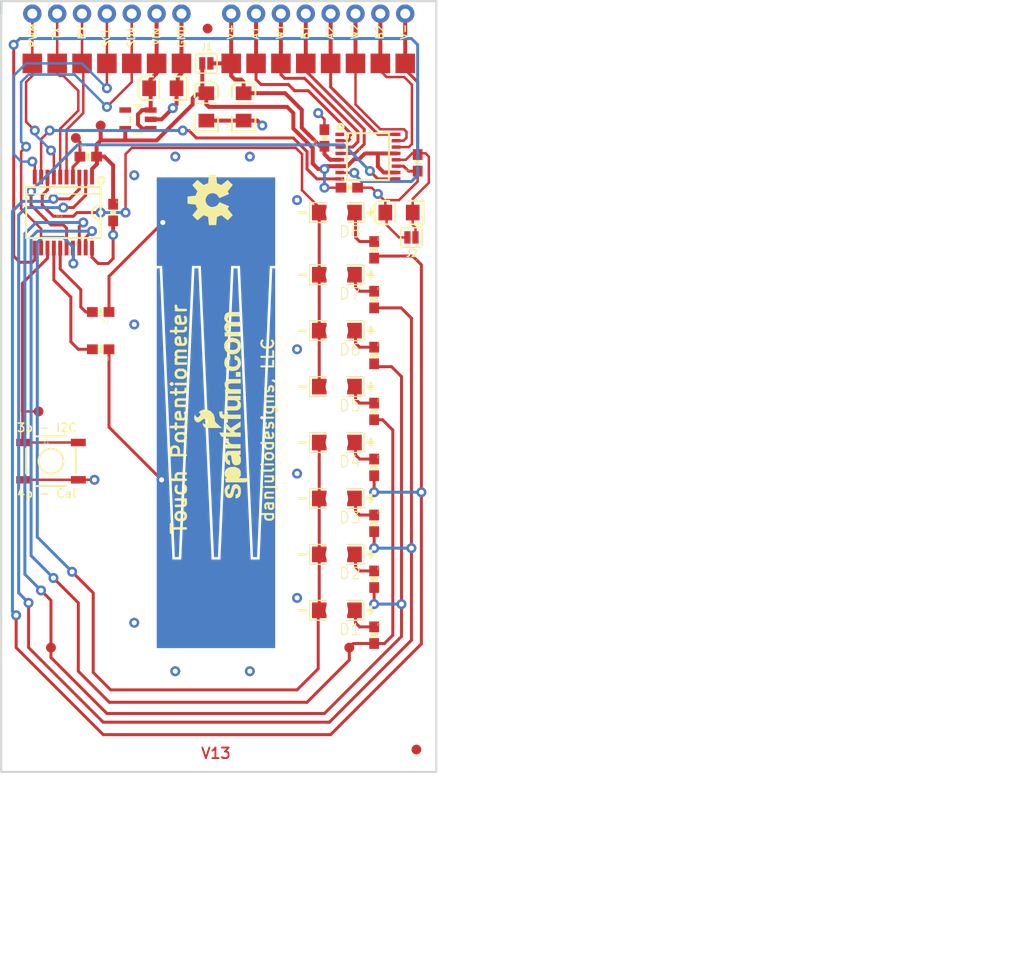
<source format=kicad_pcb>
(kicad_pcb (version 20211014) (generator pcbnew)
  (layers (0 "F.Cu" signal) (31 "B.Cu" signal) (34 "B.Paste" user) (35 "F.Paste" user) (36 "B.SilkS" user "B.Silkscreen") (37 "F.SilkS" user "F.Silkscreen") (38 "B.Mask" user) (39 "F.Mask" user) (44 "Edge.Cuts" user))
  (net 0 "")
  (net 1 "V+")
  (net 2 "B1")
  (net 3 "W1")
  (net 4 "A1")
  (net 5 "A2")
  (net 6 "W2")
  (net 7 "B2")
  (net 8 "V-")
  (net 9 "GND")
  (net 10 "VIN")
  (net 11 "LA2")
  (net 12 "LA3")
  (net 13 "VPP")
  (net 14 "SDA")
  (net 15 "SCL")
  (net 16 "PWM_OUT")
  (net 17 "TX")
  (net 18 "RX")
  (net 19 "+5V")
  (net 20 "LED_PWM1")
  (net 21 "LED_PWM2")
  (net 22 "LA1")
  (net 23 "LA0")
  (net 24 "N$37")
  (net 25 "N$38")
  (net 26 "CPAD1")
  (net 27 "CPAD2")
  (net 28 "SCLK")
  (net 29 "SDO")
  (net 30 "CSN")
  (net 31 "AUX")
  (net 32 "N$1")
  (net 33 "N$2")
  (net 34 "N$3")
  (net 35 "N$4")
  (net 36 "N$5")
  (net 37 "N$6")
  (net 38 "N$7")
  (net 39 "N$8")
  (net 40 "N$10")
  (footprint "boardEagle:STAND-OFF-TIGHT" (layer "F.Cu") (at 131.3561 139.2936)
    (fp_text reference "STANDOFF3" hide)
    (fp_text value "STAND-OFFTIGHT" hide)
  )
  (footprint "boardEagle:SJ_2S" (layer "F.Cu") (at 168.1861 89.7636)
    (fp_text reference "J2")
    (fp_text value "")
  )
  (footprint "boardEagle:OSHW-LOGO-M" (layer "F.Cu") (at 147.8661 85.9536 90)
    (fp_text reference "U$4" hide)
    (fp_text value "OSHW-LOGOM" hide)
  )
  (footprint "boardEagle:LED-1206-BOTTOM" (layer "F.Cu") (at 160.5661 93.5736 180)
    (fp_text reference "D7")
    (fp_text value "Green")
  )
  (footprint "boardEagle:PAD.03X.04" (layer "F.Cu") (at 136.4361 78.3336)
    (fp_text reference "TP2" hide)
    (fp_text value "" hide)
  )
  (footprint "boardEagle:PAD.03X.04" (layer "F.Cu") (at 133.8961 79.6036)
    (fp_text reference "TP1" hide)
    (fp_text value "" hide)
  )
  (footprint "boardEagle:1X01NS" (layer "F.Cu") (at 144.6911 66.9036)
    (fp_text reference "JP7" hide)
    (fp_text value "" hide)
  )
  (footprint "boardEagle:LED-1206-BOTTOM" (layer "F.Cu") (at 160.5661 116.4336 180)
    (fp_text reference "D3")
    (fp_text value "Green")
  )
  (footprint "boardEagle:SFE-NEW-WEBLOGO" (layer "F.Cu") (at 151.6761 116.4336 90)
    (fp_text reference "U$5" hide)
    (fp_text value "SFE_LOGO_NAME_WEB" hide)
  )
  (footprint "boardEagle:CREATIVE_COMMONS" (layer "F.Cu") (at 147.8661 160.8836)
    (fp_text reference "FRAME3" hide)
    (fp_text value "FRAME-LEDGER" hide)
  )
  (footprint "boardEagle:PAD.03X.04" (layer "F.Cu") (at 161.8361 131.6736)
    (fp_text reference "TP4" hide)
    (fp_text value "" hide)
  )
  (footprint "boardEagle:SJ_2S" (layer "F.Cu") (at 147.2311 71.9836)
    (fp_text reference "J1")
    (fp_text value "")
  )
  (footprint "boardEagle:2MM_SMD_PAD" (layer "F.Cu") (at 144.6911 71.9836)
    (fp_text reference "TP12" hide)
    (fp_text value "" hide)
  )
  (footprint "boardEagle:1X01NS" (layer "F.Cu") (at 131.9911 66.9036)
    (fp_text reference "JP5" hide)
    (fp_text value "" hide)
  )
  (footprint "boardEagle:LED-1206-BOTTOM" (layer "F.Cu") (at 160.5661 127.8636 180)
    (fp_text reference "D1")
    (fp_text value "Green")
  )
  (footprint "boardEagle:0603-CAP" (layer "F.Cu") (at 159.2961 79.6036 90)
    (fp_text reference "C6")
    (fp_text value "0.1uF")
  )
  (footprint "boardEagle:STAND-OFF-TIGHT" (layer "F.Cu") (at 165.6461 75.7936)
    (fp_text reference "STANDOFF1" hide)
    (fp_text value "STAND-OFFTIGHT" hide)
  )
  (footprint "boardEagle:LED-1206-BOTTOM" (layer "F.Cu") (at 160.5661 105.0036 180)
    (fp_text reference "D5")
    (fp_text value "Green")
  )
  (footprint "boardEagle:PAD.03X.04" (layer "F.Cu") (at 130.0861 107.5436)
    (fp_text reference "TP3" hide)
    (fp_text value "" hide)
  )
  (footprint "boardEagle:2MM_SMD_PAD" (layer "F.Cu") (at 167.5511 71.9836)
    (fp_text reference "TP13" hide)
    (fp_text value "" hide)
  )
  (footprint "boardEagle:0603-RES" (layer "F.Cu") (at 136.4361 97.3836 180)
    (fp_text reference "R2")
    (fp_text value "100")
  )
  (footprint "boardEagle:0603-RES" (layer "F.Cu") (at 164.3761 107.5436 -90)
    (fp_text reference "R8")
    (fp_text value "100")
  )
  (footprint "boardEagle:1X01NS" (layer "F.Cu") (at 134.5311 66.9036)
    (fp_text reference "JP4" hide)
    (fp_text value "" hide)
  )
  (footprint "boardEagle:EIA3216" (layer "F.Cu") (at 151.0411 76.4286 90)
    (fp_text reference "C5")
    (fp_text value "10uF")
  )
  (footprint "boardEagle:SSOP16" (layer "F.Cu") (at 163.7411 81.5086)
    (fp_text reference "U2")
    (fp_text value "AD5262")
  )
  (footprint "boardEagle:2MM_SMD_PAD" (layer "F.Cu") (at 131.9911 71.9836)
    (fp_text reference "TP10" hide)
    (fp_text value "" hide)
  )
  (footprint "boardEagle:1X01NS" (layer "F.Cu") (at 139.6111 66.9036)
    (fp_text reference "JP1" hide)
    (fp_text value "" hide)
  )
  (footprint "boardEagle:1X01NS" (layer "F.Cu") (at 165.0111 66.9036)
    (fp_text reference "JP9" hide)
    (fp_text value "" hide)
  )
  (footprint "boardEagle:STAND-OFF-TIGHT" (layer "F.Cu") (at 131.3561 75.7936)
    (fp_text reference "STANDOFF2" hide)
    (fp_text value "STAND-OFFTIGHT" hide)
  )
  (footprint "boardEagle:0603-CAP" (layer "F.Cu") (at 137.7061 87.2236 -90)
    (fp_text reference "C3")
    (fp_text value "0.1uF")
  )
  (footprint "boardEagle:1X01NS" (layer "F.Cu") (at 159.9311 66.9036)
    (fp_text reference "JP11" hide)
    (fp_text value "" hide)
  )
  (footprint "boardEagle:2MM_SMD_PAD" (layer "F.Cu") (at 137.0711 71.9836)
    (fp_text reference "TP7" hide)
    (fp_text value "" hide)
  )
  (footprint "boardEagle:1X01NS" (layer "F.Cu") (at 129.4511 66.9036)
    (fp_text reference "JP3" hide)
    (fp_text value "" hide)
  )
  (footprint "boardEagle:0603-RES" (layer "F.Cu") (at 164.3761 130.4036 -90)
    (fp_text reference "R4")
    (fp_text value "100")
  )
  (footprint "boardEagle:0603-RES" (layer "F.Cu") (at 164.3761 124.6886 -90)
    (fp_text reference "R5")
    (fp_text value "100")
  )
  (footprint "boardEagle:EIA3216" (layer "F.Cu") (at 147.2311 76.4286 90)
    (fp_text reference "C2")
    (fp_text value "10uF")
  )
  (footprint "boardEagle:LED-1206-BOTTOM" (layer "F.Cu") (at 160.5661 99.2886 180)
    (fp_text reference "D6")
    (fp_text value "Green")
  )
  (footprint "boardEagle:0603-CAP" (layer "F.Cu") (at 168.8211 82.1436 90)
    (fp_text reference "C8")
    (fp_text value "0.1uF")
  )
  (footprint "boardEagle:LED-1206-BOTTOM" (layer "F.Cu") (at 160.5661 87.2236 180)
    (fp_text reference "D8")
    (fp_text value "Green")
  )
  (footprint "boardEagle:0603-RES" (layer "F.Cu") (at 164.3761 96.1136 -90)
    (fp_text reference "R10")
    (fp_text value "100")
  )
  (footprint "boardEagle:1X01NS" (layer "F.Cu") (at 142.1511 66.9036)
    (fp_text reference "JP6" hide)
    (fp_text value "" hide)
  )
  (footprint "boardEagle:0603-RES" (layer "F.Cu") (at 164.3761 113.2586 -90)
    (fp_text reference "R7")
    (fp_text value "100")
  )
  (footprint "boardEagle:1X01NS" (layer "F.Cu") (at 152.3111 66.9036)
    (fp_text reference "JP14" hide)
    (fp_text value "" hide)
  )
  (footprint "boardEagle:FIDUCIAL-1X2" (layer "F.Cu") (at 168.6941 142.0876)
    (fp_text reference "FID2" hide)
    (fp_text value "FIDUCIAL1X2" hide)
  )
  (footprint "boardEagle:2MM_SMD_PAD" (layer "F.Cu") (at 149.7711 71.9836)
    (fp_text reference "TP20" hide)
    (fp_text value "" hide)
  )
  (footprint "boardEagle:TACTILE-SWITCH-SMD" (layer "F.Cu") (at 131.3561 112.6236)
    (fp_text reference "S1")
    (fp_text value "")
  )
  (footprint "boardEagle:2MM_SMD_PAD" (layer "F.Cu") (at 134.5311 71.9836)
    (fp_text reference "TP9" hide)
    (fp_text value "" hide)
  )
  (footprint "boardEagle:PAD.03X.04" (layer "F.Cu") (at 131.3561 131.6736)
    (fp_text reference "TP5" hide)
    (fp_text value "" hide)
  )
  (footprint "boardEagle:1X01NS" (layer "F.Cu") (at 167.5511 66.9036)
    (fp_text reference "JP8" hide)
    (fp_text value "" hide)
  )
  (footprint "boardEagle:2MM_SMD_PAD" (layer "F.Cu") (at 162.4711 71.9836)
    (fp_text reference "TP15" hide)
    (fp_text value "" hide)
  )
  (footprint "boardEagle:2MM_SMD_PAD" (layer "F.Cu") (at 139.6111 71.9836)
    (fp_text reference "TP6" hide)
    (fp_text value "" hide)
  )
  (footprint "boardEagle:0603-RES" (layer "F.Cu") (at 164.3761 91.0336 -90)
    (fp_text reference "R11")
    (fp_text value "100")
  )
  (footprint "boardEagle:2MM_SMD_PAD" (layer "F.Cu") (at 159.9311 71.9836)
    (fp_text reference "TP16" hide)
    (fp_text value "" hide)
  )
  (footprint "boardEagle:2MM_SMD_PAD" (layer "F.Cu") (at 165.0111 71.9836)
    (fp_text reference "TP14" hide)
    (fp_text value "" hide)
  )
  (footprint "boardEagle:0603-RES" (layer "F.Cu") (at 164.3761 101.8286 -90)
    (fp_text reference "R9")
    (fp_text value "100")
  )
  (footprint "boardEagle:2MM_SMD_PAD" (layer "F.Cu") (at 157.3911 71.9836)
    (fp_text reference "TP17" hide)
    (fp_text value "" hide)
  )
  (footprint "boardEagle:2MM_SMD_PAD" (layer "F.Cu") (at 154.8511 71.9836)
    (fp_text reference "TP18" hide)
    (fp_text value "" hide)
  )
  (footprint "boardEagle:EIA3216" (layer "F.Cu") (at 166.9161 87.2236 180)
    (fp_text reference "C7")
    (fp_text value "10uF")
  )
  (footprint "boardEagle:2MM_SMD_PAD" (layer "F.Cu") (at 142.1511 71.9836)
    (fp_text reference "TP11" hide)
    (fp_text value "" hide)
  )
  (footprint "boardEagle:0603-CAP" (layer "F.Cu") (at 161.8361 84.6836)
    (fp_text reference "C4")
    (fp_text value "0.1uF")
  )
  (footprint "boardEagle:2MM_SMD_PAD" (layer "F.Cu") (at 129.4511 71.9836)
    (fp_text reference "TP8" hide)
    (fp_text value "" hide)
  )
  (footprint "boardEagle:LED-1206-BOTTOM" (layer "F.Cu") (at 160.5661 110.7186 180)
    (fp_text reference "D4")
    (fp_text value "Green")
  )
  (footprint "boardEagle:2MM_SMD_PAD" (layer "F.Cu") (at 152.3111 71.9836)
    (fp_text reference "TP19" hide)
    (fp_text value "" hide)
  )
  (footprint "boardEagle:1X01NS" (layer "F.Cu") (at 154.8511 66.9036)
    (fp_text reference "JP13" hide)
    (fp_text value "" hide)
  )
  (footprint "boardEagle:LED-1206-BOTTOM" (layer "F.Cu") (at 160.5661 122.1486 180)
    (fp_text reference "D2")
    (fp_text value "Green")
  )
  (footprint "boardEagle:FIDUCIAL-1X2" (layer "F.Cu") (at 147.3581 68.4276)
    (fp_text reference "FID1" hide)
    (fp_text value "FIDUCIAL1X2" hide)
  )
  (footprint "boardEagle:SOT23-5" (layer "F.Cu") (at 140.2461 77.6986 90)
    (fp_text reference "U3")
    (fp_text value "5V")
  )
  (footprint "boardEagle:0603-RES" (layer "F.Cu") (at 164.3761 118.9736 -90)
    (fp_text reference "R6")
    (fp_text value "100")
  )
  (footprint "boardEagle:STAND-OFF-TIGHT" (layer "F.Cu") (at 165.6461 139.2936)
    (fp_text reference "STANDOFF4" hide)
    (fp_text value "STAND-OFFTIGHT" hide)
  )
  (footprint "boardEagle:1X01NS" (layer "F.Cu") (at 157.3911 66.9036)
    (fp_text reference "JP12" hide)
    (fp_text value "" hide)
  )
  (footprint "boardEagle:1X01NS" (layer "F.Cu") (at 149.7711 66.9036)
    (fp_text reference "JP15" hide)
    (fp_text value "" hide)
  )
  (footprint "boardEagle:1X01NS" (layer "F.Cu") (at 162.4711 66.9036)
    (fp_text reference "JP10" hide)
    (fp_text value "" hide)
  )
  (footprint "boardEagle:EIA3216" (layer "F.Cu") (at 142.7861 74.5236 180)
    (fp_text reference "C1")
    (fp_text value "10uF")
  )
  (footprint "boardEagle:SSOP20" (layer "F.Cu") (at 132.6261 87.2236 180)
    (fp_text reference "U1")
    (fp_text value "PIC16F1829")
  )
  (footprint "boardEagle:0603-RES" (layer "F.Cu") (at 136.4361 101.1936 180)
    (fp_text reference "R3")
    (fp_text value "100")
  )
  (footprint "boardEagle:1X01NS" (layer "F.Cu") (at 137.0711 66.9036)
    (fp_text reference "JP2" hide)
    (fp_text value "" hide)
  )
  (footprint "boardEagle:0603-RES" (layer "F.Cu") (at 135.1661 81.5086)
    (fp_text reference "R1")
    (fp_text value "10K")
  )
  (footprint "boardEagle:2CH_48MM_LINEAR_TOUCH" (layer "B.Cu") (at 154.2161 131.6736 180)
    (fp_text reference "TS1" hide)
    (fp_text value "" hide)
  )
  (gr_circle (center 160.9471 78.4606) (end 161.231 78.4606) (layer "F.SilkS") (width 0.254) (fill none))
  (gr_line (start 126.2761 144.3736) (end 170.7261 144.3736) (layer "Edge.Cuts") (width 0.2032))
  (gr_line (start 126.2761 65.6336) (end 170.7261 65.6336) (layer "Edge.Cuts") (width 0.2032))
  (gr_line (start 126.2761 65.6336) (end 126.2761 144.3736) (layer "Edge.Cuts") (width 0.2032))
  (gr_line (start 170.7261 144.3736) (end 170.7261 65.6336) (layer "Edge.Cuts") (width 0.2032))
  (gr_text "V13" (at 146.5961 143.1036) (layer "F.Cu") (effects (font (size 1.0795 1.0795) (thickness 0.1905)) (justify left bottom)))
  (gr_text "SDA" (at 139.9921 70.4596 90) (layer "F.SilkS") (effects (font (size 0.75565 0.75565) (thickness 0.13335)) (justify left bottom)))
  (gr_text "W2" (at 162.8521 69.6341 90) (layer "F.SilkS") (effects (font (size 0.75565 0.75565) (thickness 0.13335)) (justify left bottom)))
  (gr_text "4p - Cal" (at 127.8001 116.4336) (layer "F.SilkS") (effects (font (size 0.8636 0.8636) (thickness 0.1524)) (justify left bottom)))
  (gr_text "B2" (at 165.3921 69.6341 90) (layer "F.SilkS") (effects (font (size 0.75565 0.75565) (thickness 0.13335)) (justify left bottom)))
  (gr_text "A1" (at 152.6921 69.6341 90) (layer "F.SilkS") (effects (font (size 0.75565 0.75565) (thickness 0.13335)) (justify left bottom)))
  (gr_text "VIN" (at 142.5956 70.2056 90) (layer "F.SilkS") (effects (font (size 0.75565 0.75565) (thickness 0.13335)) (justify left bottom)))
  (gr_text "danjuliodesigns, LLC" (at 154.2161 118.9736 90) (layer "F.SilkS") (effects (font (size 1.20904 1.20904) (thickness 0.21336)) (justify left bottom)))
  (gr_text "Touch Potentiometer" (at 145.3261 120.2436 90) (layer "F.SilkS") (effects (font (size 1.5113 1.5113) (thickness 0.2667)) (justify left bottom)))
  (gr_text "TX" (at 132.3721 69.6341 90) (layer "F.SilkS") (effects (font (size 0.75565 0.75565) (thickness 0.13335)) (justify left bottom)))
  (gr_text "GND" (at 145.1356 70.4596 90) (layer "F.SilkS") (effects (font (size 0.75565 0.75565) (thickness 0.13335)) (justify left bottom)))
  (gr_text "W1" (at 155.2321 69.6341 90) (layer "F.SilkS") (effects (font (size 0.75565 0.75565) (thickness 0.13335)) (justify left bottom)))
  (gr_text "V+" (at 150.2156 69.6341 90) (layer "F.SilkS") (effects (font (size 0.75565 0.75565) (thickness 0.13335)) (justify left bottom)))
  (gr_text "RX" (at 134.9756 69.6341 90) (layer "F.SilkS") (effects (font (size 0.75565 0.75565) (thickness 0.13335)) (justify left bottom)))
  (gr_text "3p - I2C" (at 127.8001 109.7026) (layer "F.SilkS") (effects (font (size 0.8636 0.8636) (thickness 0.1524)) (justify left bottom)))
  (gr_text "PWM" (at 129.9591 70.4596 90) (layer "F.SilkS") (effects (font (size 0.75565 0.75565) (thickness 0.13335)) (justify left bottom)))
  (gr_text "J1" (at 146.5961 70.7136) (layer "F.SilkS") (effects (font (size 0.69088 0.69088) (thickness 0.12192)) (justify left bottom)))
  (gr_text "B1" (at 157.7721 69.6341 90) (layer "F.SilkS") (effects (font (size 0.75565 0.75565) (thickness 0.13335)) (justify left bottom)))
  (gr_text "A2" (at 160.3121 69.6341 90) (layer "F.SilkS") (effects (font (size 0.75565 0.75565) (thickness 0.13335)) (justify left bottom)))
  (gr_text "SCL" (at 137.4521 70.4596 90) (layer "F.SilkS") (effects (font (size 0.75565 0.75565) (thickness 0.13335)) (justify left bottom)))
  (gr_text "J2" (at 167.5511 91.7956) (layer "F.SilkS") (effects (font (size 0.69088 0.69088) (thickness 0.12192)) (justify left bottom)))
  (gr_text "V-" (at 167.9321 69.6341 90) (layer "F.SilkS") (effects (font (size 0.75565 0.75565) (thickness 0.13335)) (justify left bottom)))
  (segment (start 159.2961 81.2546) (end 159.2961 80.4536) (width 0.4064) (layer "F.Cu") (net 1))
  (segment (start 155.2799 75.0286) (end 156.9847 76.7334) (width 0.4064) (layer "F.Cu") (net 1))
  (segment (start 150.1521 73.6346) (end 150.7871 73.6346) (width 0.4064) (layer "F.Cu") (net 1))
  (segment (start 156.9847 78.5622) (end 158.8761 80.4536) (width 0.4064) (layer "F.Cu") (net 1))
  (segment (start 151.0665 75.0032) (end 151.0411 75.0286) (width 0.4064) (layer "F.Cu") (net 1))
  (segment (start 159.2961 80.4536) (end 158.8761 80.4536) (width 0.4064) (layer "F.Cu") (net 1))
  (segment (start 149.7711 73.2536) (end 150.1521 73.6346) (width 0.4064) (layer "F.Cu") (net 1))
  (segment (start 159.2961 81.2546) (end 159.8751 81.8336) (width 0.4064) (layer "F.Cu") (net 1))
  (segment (start 149.7711 71.9836) (end 149.7711 66.9036) (width 0.4064) (layer "F.Cu") (net 1))
  (segment (start 156.9847 76.7334) (end 156.9847 78.5622) (width 0.4064) (layer "F.Cu") (net 1))
  (segment (start 147.643 71.9836) (end 149.7711 71.9836) (width 0.4064) (layer "F.Cu") (net 1))
  (segment (start 149.7711 71.9836) (end 149.7711 73.2536) (width 0.4064) (layer "F.Cu") (net 1))
  (segment (start 155.2799 75.0286) (end 151.0411 75.0286) (width 0.4064) (layer "F.Cu") (net 1))
  (segment (start 151.0411 73.8886) (end 151.0411 75.0286) (width 0.4064) (layer "F.Cu") (net 1))
  (segment (start 150.7871 73.6346) (end 151.0411 73.8886) (width 0.4064) (layer "F.Cu") (net 1))
  (segment (start 160.8661 81.8336) (end 159.8751 81.8336) (width 0.4064) (layer "F.Cu") (net 1))
  (segment (start 163.3601 80.2386) (end 163.3601 78.7146) (width 0.3048) (layer "F.Cu") (net 2))
  (segment (start 157.3911 71.9836) (end 157.3911 66.9036) (width 0.4064) (layer "F.Cu") (net 2))
  (segment (start 157.3911 71.9836) (end 157.3911 72.7456) (width 0.3048) (layer "F.Cu") (net 2))
  (segment (start 162.4151 81.1836) (end 163.3601 80.2386) (width 0.3048) (layer "F.Cu") (net 2))
  (segment (start 157.3911 72.7456) (end 163.3601 78.7146) (width 0.3048) (layer "F.Cu") (net 2))
  (segment (start 160.8661 81.1836) (end 162.4151 81.1836) (width 0.3048) (layer "F.Cu") (net 2))
  (segment (start 162.1761 80.5336) (end 162.7251 79.9846) (width 0.3048) (layer "F.Cu") (net 3))
  (segment (start 162.7251 78.9686) (end 162.7251 79.9846) (width 0.3048) (layer "F.Cu") (net 3))
  (segment (start 154.8511 73.1266) (end 155.2321 73.5076) (width 0.3048) (layer "F.Cu") (net 3))
  (segment (start 155.2321 73.5076) (end 157.2641 73.5076) (width 0.3048) (layer "F.Cu") (net 3))
  (segment (start 162.1761 80.5336) (end 160.8661 80.5336) (width 0.3048) (layer "F.Cu") (net 3))
  (segment (start 154.8511 71.9836) (end 154.8511 73.1266) (width 0.3048) (layer "F.Cu") (net 3))
  (segment (start 154.8511 71.9836) (end 154.8511 66.9036) (width 0.4064) (layer "F.Cu") (net 3))
  (segment (start 157.2641 73.5076) (end 162.7251 78.9686) (width 0.3048) (layer "F.Cu") (net 3))
  (segment (start 161.7339 79.8836) (end 161.9631 79.6544) (width 0.3048) (layer "F.Cu") (net 4))
  (segment (start 152.8191 74.1426) (end 155.6131 74.1426) (width 0.3048) (layer "F.Cu") (net 4))
  (segment (start 161.0487 78.2066) (end 161.0487 78.1812) (width 0.3048) (layer "F.Cu") (net 4))
  (segment (start 152.3111 71.9836) (end 152.3111 66.9036) (width 0.4064) (layer "F.Cu") (net 4))
  (segment (start 161.0487 78.1812) (end 157.6451 74.7776) (width 0.3048) (layer "F.Cu") (net 4))
  (segment (start 161.9631 79.121) (end 161.0487 78.2066) (width 0.3048) (layer "F.Cu") (net 4))
  (segment (start 161.7339 79.8836) (end 160.8661 79.8836) (width 0.254) (layer "F.Cu") (net 4))
  (segment (start 161.9631 79.6544) (end 161.9631 79.121) (width 0.3048) (layer "F.Cu") (net 4))
  (segment (start 157.6451 74.7776) (end 156.2481 74.7776) (width 0.3048) (layer "F.Cu") (net 4))
  (segment (start 152.3111 71.9836) (end 152.3111 73.6346) (width 0.3048) (layer "F.Cu") (net 4))
  (segment (start 152.3111 73.6346) (end 152.8191 74.1426) (width 0.3048) (layer "F.Cu") (net 4))
  (segment (start 155.6131 74.1426) (end 156.2481 74.7776) (width 0.3048) (layer "F.Cu") (net 4))
  (segment (start 159.9311 71.9836) (end 159.9311 66.9036) (width 0.4064) (layer "F.Cu") (net 5))
  (segment (start 159.9311 74.3966) (end 159.9311 71.9836) (width 0.3048) (layer "F.Cu") (net 5))
  (segment (start 159.9311 74.3966) (end 164.7681 79.2336) (width 0.3048) (layer "F.Cu") (net 5))
  (segment (start 164.7681 79.2336) (end 166.6161 79.2336) (width 0.3048) (layer "F.Cu") (net 5))
  (segment (start 165.0111 78.7146) (end 162.4711 76.1746) (width 0.254) (layer "F.Cu") (net 6))
  (segment (start 167.3727 79.8836) (end 166.6161 79.8836) (width 0.254) (layer "F.Cu") (net 6))
  (segment (start 162.4711 71.9836) (end 162.4711 66.9036) (width 0.4064) (layer "F.Cu") (net 6))
  (segment (start 165.0111 78.7146) (end 167.4241 78.7146) (width 0.254) (layer "F.Cu") (net 6))
  (segment (start 167.6781 78.9686) (end 167.6781 79.5782) (width 0.254) (layer "F.Cu") (net 6))
  (segment (start 162.4711 76.1746) (end 162.4711 71.9836) (width 0.254) (layer "F.Cu") (net 6))
  (segment (start 167.4241 78.7146) (end 167.6781 78.9686) (width 0.254) (layer "F.Cu") (net 6))
  (segment (start 167.3727 79.8836) (end 167.6781 79.5782) (width 0.254) (layer "F.Cu") (net 6))
  (segment (start 168.2369 74.168) (end 168.2369 80.2132) (width 0.254) (layer "F.Cu") (net 7))
  (segment (start 167.9165 80.5336) (end 168.2369 80.2132) (width 0.254) (layer "F.Cu") (net 7))
  (segment (start 167.9165 80.5336) (end 166.6161 80.5336) (width 0.254) (layer "F.Cu") (net 7))
  (segment (start 167.4495 73.3806) (end 165.6461 73.3806) (width 0.254) (layer "F.Cu") (net 7))
  (segment (start 167.4495 73.3806) (end 168.2369 74.168) (width 0.254) (layer "F.Cu") (net 7))
  (segment (start 165.0111 72.7456) (end 165.0111 71.9836) (width 0.254) (layer "F.Cu") (net 7))
  (segment (start 165.0111 71.9836) (end 165.0111 66.9036) (width 0.4064) (layer "F.Cu") (net 7))
  (segment (start 165.6461 73.3806) (end 165.0111 72.7456) (width 0.254) (layer "F.Cu") (net 7))
  (segment (start 168.8211 73.8886) (end 167.5511 72.6186) (width 0.3048) (layer "F.Cu") (net 8))
  (segment (start 168.3161 87.2236) (end 168.3161 85.8236) (width 0.254) (layer "F.Cu") (net 8))
  (segment (start 168.3161 85.8236) (end 169.9641 84.1756) (width 0.254) (layer "F.Cu") (net 8))
  (segment (start 169.9641 84.1756) (end 169.9641 81.5086) (width 0.254) (layer "F.Cu") (net 8))
  (segment (start 169.6221 81.1666) (end 168.9481 81.1666) (width 0.254) (layer "F.Cu") (net 8))
  (segment (start 167.6071 81.8336) (end 166.6161 81.8336) (width 0.254) (layer "F.Cu") (net 8))
  (segment (start 168.3161 88.4966) (end 168.598 88.7785) (width 0.254) (layer "F.Cu") (net 8))
  (segment (start 167.5511 71.9836) (end 167.5511 66.9036) (width 0.4064) (layer "F.Cu") (net 8))
  (segment (start 168.3161 87.2236) (end 168.3161 88.4966) (width 0.254) (layer "F.Cu") (net 8))
  (segment (start 168.6941 81.1666) (end 168.8211 81.2936) (width 0.3048) (layer "F.Cu") (net 8))
  (segment (start 168.2741 81.1666) (end 168.6941 81.1666) (width 0.254) (layer "F.Cu") (net 8))
  (segment (start 168.8211 81.2936) (end 168.8211 73.8886) (width 0.3048) (layer "F.Cu") (net 8))
  (segment (start 169.6221 81.1666) (end 169.9641 81.5086) (width 0.254) (layer "F.Cu") (net 8))
  (segment (start 168.598 89.7636) (end 168.598 88.7785) (width 0.254) (layer "F.Cu") (net 8))
  (segment (start 168.8211 81.2936) (end 168.9481 81.1666) (width 0.3048) (layer "F.Cu") (net 8))
  (segment (start 167.6071 81.8336) (end 168.2741 81.1666) (width 0.254) (layer "F.Cu") (net 8))
  (segment (start 167.5511 72.6186) (end 167.5511 71.9836) (width 0.3048) (layer "F.Cu") (net 8))
  (segment (start 142.6591 77.6986) (end 143.8021 76.5556) (width 0.4064) (layer "F.Cu") (net 9))
  (segment (start 165.5161 86.0836) (end 165.5161 87.2236) (width 0.254) (layer "F.Cu") (net 9))
  (segment (start 128.5621 114.5286) (end 135.8011 114.5286) (width 0.254) (layer "F.Cu") (net 9))
  (segment (start 166.9161 85.9536) (end 168.8211 84.0486) (width 0.254) (layer "F.Cu") (net 9))
  (segment (start 144.3101 74.1396) (end 144.3101 73.3806) (width 0.4064) (layer "F.Cu") (net 9))
  (segment (start 168.8211 82.9936) (end 168.8211 84.0486) (width 0.254) (layer "F.Cu") (net 9))
  (segment (start 165.5161 87.2236) (end 165.6461 87.3536) (width 0.254) (layer "F.Cu") (net 9))
  (segment (start 142.6591 77.6986) (end 141.5462 77.6986) (width 0.4064) (layer "F.Cu") (net 9))
  (segment (start 165.5161 86.0836) (end 164.7511 85.3186) (width 0.254) (layer "F.Cu") (net 9))
  (segment (start 159.2961 78.7536) (end 159.2961 77.6986) (width 0.254) (layer "F.Cu") (net 9))
  (segment (start 151.0411 77.8286) (end 152.4411 77.8286) (width 0.4064) (layer "F.Cu") (net 9))
  (segment (start 165.5161 86.0836) (end 165.6461 85.9536) (width 0.254) (layer "F.Cu") (net 9))
  (segment (start 168.8211 82.9936) (end 167.8931 82.9936) (width 0.3048) (layer "F.Cu") (net 9))
  (segment (start 167.3831 82.4836) (end 167.8931 82.9936) (width 0.3048) (layer "F.Cu") (net 9))
  (segment (start 136.1821 92.4306) (end 137.1981 92.4306) (width 0.3048) (layer "F.Cu") (net 9))
  (segment (start 164.7511 85.3186) (end 164.7571 85.3186) (width 0.254) (layer "F.Cu") (net 9))
  (segment (start 144.1831 74.5266) (end 144.1861 74.5236) (width 0.3048) (layer "F.Cu") (net 9))
  (segment (start 167.7742 89.7636) (end 166.9161 89.7636) (width 0.254) (layer "F.Cu") (net 9))
  (segment (start 159.2961 77.6986) (end 158.6611 77.0636) (width 0.254) (layer "F.Cu") (net 9))
  (segment (start 166.9161 89.7636) (end 165.6461 88.4936) (width 0.254) (layer "F.Cu") (net 9))
  (segment (start 137.7061 88.0736) (end 137.7061 89.5096) (width 0.4064) (layer "F.Cu") (net 9))
  (segment (start 144.1861 76.1716) (end 143.8021 76.5556) (width 0.4064) (layer "F.Cu") (net 9))
  (segment (start 166.6161 82.4836) (end 167.3831 82.4836) (width 0.3048) (layer "F.Cu") (net 9))
  (segment (start 144.1861 74.5236) (end 144.0561 74.3936) (width 0.3048) (layer "F.Cu") (net 9))
  (segment (start 152.4411 77.8286) (end 152.9461 78.3336) (width 0.4064) (layer "F.Cu") (net 9))
  (segment (start 165.6461 85.9536) (end 166.9161 85.9536) (width 0.254) (layer "F.Cu") (net 9))
  (segment (start 137.1981 92.4306) (end 137.7061 91.9226) (width 0.3048) (layer "F.Cu") (net 9))
  (segment (start 144.3101 73.3806) (end 144.6911 72.9996) (width 0.4064) (layer "F.Cu") (net 9))
  (segment (start 147.2311 77.8286) (end 151.0411 77.8286) (width 0.4064) (layer "F.Cu") (net 9))
  (segment (start 144.6911 72.9996) (end 144.6911 71.9836) (width 0.4064) (layer "F.Cu") (net 9))
  (segment (start 144.1861 74.5236) (end 144.1861 76.1716) (width 0.4064) (layer "F.Cu") (net 9))
  (segment (start 144.6911 71.9836) (end 144.6911 66.9036) (width 0.4064) (layer "F.Cu") (net 9))
  (segment (start 135.5511 91.7996) (end 136.1821 92.4306) (width 0.3048) (layer "F.Cu") (net 9))
  (segment (start 164.1221 84.6836) (end 164.7571 85.3186) (width 0.254) (layer "F.Cu") (net 9))
  (segment (start 165.6461 88.4936) (end 165.6461 87.3536) (width 0.254) (layer "F.Cu") (net 9))
  (segment (start 135.5511 91.7996) (end 135.5511 90.8486) (width 0.3048) (layer "F.Cu") (net 9))
  (segment (start 162.6861 84.6836) (end 164.1221 84.6836) (width 0.254) (layer "F.Cu") (net 9))
  (segment (start 137.7061 91.9226) (end 137.7061 89.5096) (width 0.3048) (layer "F.Cu") (net 9))
  (segment (start 144.0561 74.3936) (end 144.3101 74.1396) (width 0.4064) (layer "F.Cu") (net 9))
  (via (at 156.5021 113.8936) (size 1.016) (drill 0.508) (layers "F.Cu" "B.Cu") (net 9))
  (via (at 151.6761 81.5086) (size 1.016) (drill 0.508) (layers "F.Cu" "B.Cu") (net 9))
  (via (at 135.8011 114.5286) (size 1.016) (drill 0.508) (layers "F.Cu" "B.Cu") (net 9))
  (via (at 156.5021 101.1936) (size 1.016) (drill 0.508) (layers "F.Cu" "B.Cu") (net 9))
  (via (at 139.8651 129.1336) (size 1.016) (drill 0.508) (layers "F.Cu" "B.Cu") (net 9))
  (via (at 156.5021 85.9536) (size 1.016) (drill 0.508) (layers "F.Cu" "B.Cu") (net 9))
  (via (at 152.9461 78.3336) (size 1.016) (drill 0.508) (layers "F.Cu" "B.Cu") (net 9))
  (via (at 144.0561 134.0866) (size 1.016) (drill 0.508) (layers "F.Cu" "B.Cu") (net 9))
  (via (at 139.8651 83.4136) (size 1.016) (drill 0.508) (layers "F.Cu" "B.Cu") (net 9))
  (via (at 137.7061 89.5096) (size 1.016) (drill 0.508) (layers "F.Cu" "B.Cu") (net 9))
  (via (at 164.7571 85.3186) (size 1.016) (drill 0.508) (layers "F.Cu" "B.Cu") (net 9))
  (via (at 143.8021 76.5556) (size 1.016) (drill 0.508) (layers "F.Cu" "B.Cu") (net 9))
  (via (at 156.5021 126.5936) (size 1.016) (drill 0.508) (layers "F.Cu" "B.Cu") (net 9))
  (via (at 158.6611 77.0636) (size 1.016) (drill 0.508) (layers "F.Cu" "B.Cu") (net 9))
  (via (at 144.0561 81.5086) (size 1.016) (drill 0.508) (layers "F.Cu" "B.Cu") (net 9))
  (via (at 151.6761 134.0866) (size 1.016) (drill 0.508) (layers "F.Cu" "B.Cu") (net 9))
  (via (at 139.8651 98.6536) (size 1.016) (drill 0.508) (layers "F.Cu" "B.Cu") (net 9))
  (segment (start 141.5462 76.7486) (end 140.6881 76.7486) (width 0.4064) (layer "F.Cu") (net 10))
  (segment (start 141.5161 74.3936) (end 141.5161 73.6346) (width 0.4064) (layer "F.Cu") (net 10))
  (segment (start 141.5462 74.6837) (end 141.3861 74.5236) (width 0.3048) (layer "F.Cu") (net 10))
  (segment (start 141.5462 78.6486) (end 140.6881 78.6486) (width 0.4064) (layer "F.Cu") (net 10))
  (segment (start 140.6881 76.7486) (end 140.2461 77.1906) (width 0.4064) (layer "F.Cu") (net 10))
  (segment (start 140.6881 78.6486) (end 140.2461 78.2066) (width 0.4064) (layer "F.Cu") (net 10))
  (segment (start 142.1511 72.9996) (end 142.1511 71.9836) (width 0.4064) (layer "F.Cu") (net 10))
  (segment (start 141.5462 74.6837) (end 141.5462 76.7486) (width 0.4064) (layer "F.Cu") (net 10))
  (segment (start 141.5161 73.6346) (end 142.1511 72.9996) (width 0.4064) (layer "F.Cu") (net 10))
  (segment (start 140.2461 78.2066) (end 140.2461 77.1906) (width 0.4064) (layer "F.Cu") (net 10))
  (segment (start 142.1511 71.9836) (end 142.1511 66.9036) (width 0.4064) (layer "F.Cu") (net 10))
  (segment (start 141.5161 74.3936) (end 141.3861 74.5236) (width 0.3048) (layer "F.Cu") (net 10))
  (segment (start 133.6421 86.7156) (end 134.9011 85.4566) (width 0.3048) (layer "F.Cu") (net 11))
  (segment (start 136.6901 139.2936) (end 129.0701 131.6736) (width 0.3048) (layer "F.Cu") (net 11))
  (segment (start 159.8041 139.2936) (end 168.1861 130.9116) (width 0.3048) (layer "F.Cu") (net 11))
  (segment (start 136.6901 139.2936) (end 159.8041 139.2936) (width 0.3048) (layer "F.Cu") (net 11))
  (segment (start 132.6261 86.7156) (end 133.6421 86.7156) (width 0.3048) (layer "F.Cu") (net 11))
  (segment (start 168.1861 98.0186) (end 167.1311 96.9636) (width 0.3048) (layer "F.Cu") (net 11))
  (segment (start 167.1311 96.9636) (end 164.3761 96.9636) (width 0.3048) (layer "F.Cu") (net 11))
  (segment (start 164.3761 121.5136) (end 164.3761 119.8236) (width 0.3048) (layer "F.Cu") (net 11))
  (segment (start 168.1861 130.9116) (end 168.1861 121.5136) (width 0.3048) (layer "F.Cu") (net 11))
  (segment (start 134.9011 85.4566) (end 134.9011 83.5986) (width 0.3048) (layer "F.Cu") (net 11))
  (segment (start 129.0701 131.6736) (end 129.0701 127.1016) (width 0.3048) (layer "F.Cu") (net 11))
  (segment (start 168.1861 121.5136) (end 168.1861 98.0186) (width 0.3048) (layer "F.Cu") (net 11))
  (via (at 164.3761 121.5136) (size 1.016) (drill 0.508) (layers "F.Cu" "B.Cu") (net 11))
  (via (at 129.0701 127.1016) (size 1.016) (drill 0.508) (layers "F.Cu" "B.Cu") (net 11))
  (via (at 132.6261 86.7156) (size 1.016) (drill 0.508) (layers "F.Cu" "B.Cu") (net 11))
  (via (at 168.1861 121.5136) (size 1.016) (drill 0.508) (layers "F.Cu" "B.Cu") (net 11))
  (segment (start 128.8161 86.7156) (end 132.6261 86.7156) (width 0.3048) (layer "B.Cu") (net 11))
  (segment (start 128.0541 126.0856) (end 128.0541 87.4776) (width 0.3048) (layer "B.Cu") (net 11))
  (segment (start 129.0701 127.1016) (end 128.0541 126.0856) (width 0.3048) (layer "B.Cu") (net 11))
  (segment (start 128.0541 87.4776) (end 128.8161 86.7156) (width 0.3048) (layer "B.Cu") (net 11))
  (segment (start 168.1861 121.5136) (end 164.3761 121.5136) (width 0.3048) (layer "B.Cu") (net 11))
  (segment (start 164.5911 91.6686) (end 164.3761 91.8836) (width 0.3048) (layer "F.Cu") (net 12))
  (segment (start 168.3131 91.6686) (end 164.5911 91.6686) (width 0.3048) (layer "F.Cu") (net 12))
  (segment (start 127.8001 131.6736) (end 127.8001 128.3716) (width 0.3048) (layer "F.Cu") (net 12))
  (segment (start 136.6901 140.5636) (end 127.8001 131.6736) (width 0.3048) (layer "F.Cu") (net 12))
  (segment (start 164.3761 115.7986) (end 164.3761 114.1086) (width 0.3048) (layer "F.Cu") (net 12))
  (segment (start 169.2021 92.5576) (end 168.3131 91.6686) (width 0.3048) (layer "F.Cu") (net 12))
  (segment (start 169.2021 115.7986) (end 169.2021 92.5576) (width 0.3048) (layer "F.Cu") (net 12))
  (segment (start 169.2021 131.2926) (end 159.9311 140.5636) (width 0.3048) (layer "F.Cu") (net 12))
  (segment (start 133.2611 85.8266) (end 134.2511 84.8366) (width 0.3048) (layer "F.Cu") (net 12))
  (segment (start 131.6101 85.8266) (end 133.2611 85.8266) (width 0.3048) (layer "F.Cu") (net 12))
  (segment (start 159.9311 140.5636) (end 136.6901 140.5636) (width 0.3048) (layer "F.Cu") (net 12))
  (segment (start 169.2021 131.2926) (end 169.2021 115.7986) (width 0.3048) (layer "F.Cu") (net 12))
  (segment (start 134.2511 84.8366) (end 134.2511 83.5986) (width 0.3048) (layer "F.Cu") (net 12))
  (via (at 131.6101 85.8266) (size 1.016) (drill 0.508) (layers "F.Cu" "B.Cu") (net 12))
  (via (at 164.3761 115.7986) (size 1.016) (drill 0.508) (layers "F.Cu" "B.Cu") (net 12))
  (via (at 127.8001 128.3716) (size 1.016) (drill 0.508) (layers "F.Cu" "B.Cu") (net 12))
  (via (at 169.2021 115.7986) (size 1.016) (drill 0.508) (layers "F.Cu" "B.Cu") (net 12))
  (segment (start 127.4191 127.9906) (end 127.4191 87.0966) (width 0.3048) (layer "B.Cu") (net 12))
  (segment (start 128.4351 86.0806) (end 131.3561 86.0806) (width 0.3048) (layer "B.Cu") (net 12))
  (segment (start 169.2021 115.7986) (end 164.3761 115.7986) (width 0.3048) (layer "B.Cu") (net 12))
  (segment (start 127.8001 128.3716) (end 127.4191 127.9906) (width 0.3048) (layer "B.Cu") (net 12))
  (segment (start 127.4191 87.0966) (end 128.4351 86.0806) (width 0.3048) (layer "B.Cu") (net 12))
  (segment (start 131.3561 86.0806) (end 131.6101 85.8266) (width 0.3048) (layer "B.Cu") (net 12))
  (segment (start 134.3161 81.8506) (end 133.6011 82.5656) (width 0.3048) (layer "F.Cu") (net 13))
  (segment (start 134.3161 80.0236) (end 134.3161 81.5086) (width 0.3048) (layer "F.Cu") (net 13))
  (segment (start 133.6011 83.5986) (end 133.6011 82.5656) (width 0.3048) (layer "F.Cu") (net 13))
  (segment (start 134.3161 80.0236) (end 133.8961 79.6036) (width 0.3048) (layer "F.Cu") (net 13))
  (segment (start 134.3161 81.8506) (end 134.3161 81.5086) (width 0.3048) (layer "F.Cu") (net 13))
  (segment (start 130.3401 90.8376) (end 130.3511 90.8486) (width 0.254) (layer "F.Cu") (net 14))
  (segment (start 128.3081 81.0006) (end 128.8161 80.4926) (width 0.254) (layer "F.Cu") (net 14))
  (segment (start 130.3401 88.8746) (end 130.3401 90.8376) (width 0.254) (layer "F.Cu") (net 14))
  (segment (start 128.3081 86.8426) (end 128.3081 81.0006) (width 0.254) (layer "F.Cu") (net 14))
  (segment (start 139.6111 71.9836) (end 139.6111 66.9036) (width 0.254) (layer "F.Cu") (net 14))
  (segment (start 128.3081 86.8426) (end 130.3401 88.8746) (width 0.254) (layer "F.Cu") (net 14))
  (segment (start 139.6111 73.8886) (end 139.6111 71.9836) (width 0.254) (layer "F.Cu") (net 14))
  (segment (start 137.0711 76.4286) (end 139.6111 73.8886) (width 0.254) (layer "F.Cu") (net 14))
  (via (at 128.8161 80.4926) (size 1.016) (drill 0.508) (layers "F.Cu" "B.Cu") (net 14))
  (via (at 137.0711 76.4286) (size 1.016) (drill 0.508) (layers "F.Cu" "B.Cu") (net 14))
  (segment (start 133.7691 73.1266) (end 129.0701 73.1266) (width 0.254) (layer "B.Cu") (net 14))
  (segment (start 129.0701 73.1266) (end 128.3081 73.8886) (width 0.254) (layer "B.Cu") (net 14))
  (segment (start 133.7691 73.1266) (end 137.0711 76.4286) (width 0.254) (layer "B.Cu") (net 14))
  (segment (start 128.8161 80.4926) (end 128.3081 79.9846) (width 0.254) (layer "B.Cu") (net 14))
  (segment (start 128.3081 79.9846) (end 128.3081 73.8886) (width 0.254) (layer "B.Cu") (net 14))
  (segment (start 129.7051 82.2706) (end 129.7051 83.5946) (width 0.254) (layer "F.Cu") (net 15))
  (segment (start 137.0711 71.9836) (end 137.0711 74.5236) (width 0.254) (layer "F.Cu") (net 15))
  (segment (start 129.7051 82.2706) (end 129.4511 82.0166) (width 0.254) (layer "F.Cu") (net 15))
  (segment (start 129.7051 83.5946) (end 129.7011 83.5986) (width 0.254) (layer "F.Cu") (net 15))
  (segment (start 137.0711 71.9836) (end 137.0711 66.9036) (width 0.254) (layer "F.Cu") (net 15))
  (via (at 137.0711 74.5236) (size 1.016) (drill 0.508) (layers "F.Cu" "B.Cu") (net 15))
  (via (at 129.4511 82.0166) (size 1.016) (drill 0.508) (layers "F.Cu" "B.Cu") (net 15))
  (segment (start 127.5461 73.2536) (end 127.5461 81.2546) (width 0.254) (layer "B.Cu") (net 15))
  (segment (start 134.5311 71.9836) (end 128.8161 71.9836) (width 0.254) (layer "B.Cu") (net 15))
  (segment (start 134.5311 71.9836) (end 137.0711 74.5236) (width 0.254) (layer "B.Cu") (net 15))
  (segment (start 128.3081 82.0166) (end 127.5461 81.2546) (width 0.254) (layer "B.Cu") (net 15))
  (segment (start 128.8161 71.9836) (end 127.5461 73.2536) (width 0.254) (layer "B.Cu") (net 15))
  (segment (start 129.4511 82.0166) (end 128.3081 82.0166) (width 0.254) (layer "B.Cu") (net 15))
  (segment (start 131.6511 81.1686) (end 131.3561 80.8736) (width 0.254) (layer "F.Cu") (net 16))
  (segment (start 129.4511 71.9836) (end 129.4511 66.9036) (width 0.254) (layer "F.Cu") (net 16))
  (segment (start 128.8161 77.9526) (end 128.8161 73.8886) (width 0.254) (layer "F.Cu") (net 16))
  (segment (start 131.6511 83.5986) (end 131.6511 81.1686) (width 0.254) (layer "F.Cu") (net 16))
  (segment (start 129.4511 73.2536) (end 129.4511 71.9836) (width 0.254) (layer "F.Cu") (net 16))
  (segment (start 128.8161 73.8886) (end 129.4511 73.2536) (width 0.254) (layer "F.Cu") (net 16))
  (segment (start 129.7051 78.8416) (end 128.8161 77.9526) (width 0.254) (layer "F.Cu") (net 16))
  (via (at 131.3561 80.8736) (size 1.016) (drill 0.508) (layers "F.Cu" "B.Cu") (net 16))
  (via (at 129.7051 78.8416) (size 1.016) (drill 0.508) (layers "F.Cu" "B.Cu") (net 16))
  (segment (start 131.3561 80.8736) (end 129.7051 79.2226) (width 0.254) (layer "B.Cu") (net 16))
  (segment (start 129.7051 79.2226) (end 129.7051 78.8416) (width 0.254) (layer "B.Cu") (net 16))
  (segment (start 132.2451 73.2536) (end 131.9911 72.9996) (width 0.254) (layer "F.Cu") (net 17))
  (segment (start 132.6261 73.2536) (end 132.2451 73.2536) (width 0.254) (layer "F.Cu") (net 17))
  (segment (start 134.1501 74.7776) (end 132.6261 73.2536) (width 0.254) (layer "F.Cu") (net 17))
  (segment (start 132.3011 83.5986) (end 132.3011 78.6586) (width 0.254) (layer "F.Cu") (net 17))
  (segment (start 131.9911 71.9836) (end 131.9911 66.9036) (width 0.254) (layer "F.Cu") (net 17))
  (segment (start 131.9911 72.9996) (end 131.9911 71.9836) (width 0.254) (layer "F.Cu") (net 17))
  (segment (start 134.1501 76.8096) (end 134.1501 74.7776) (width 0.254) (layer "F.Cu") (net 17))
  (segment (start 132.3011 78.6586) (end 134.1501 76.8096) (width 0.254) (layer "F.Cu") (net 17))
  (segment (start 134.6581 77.0636) (end 132.9511 78.7706) (width 0.254) (layer "F.Cu") (net 18))
  (segment (start 134.6581 72.1106) (end 134.5311 71.9836) (width 0.254) (layer "F.Cu") (net 18))
  (segment (start 132.9511 83.5986) (end 132.9511 78.7706) (width 0.254) (layer "F.Cu") (net 18))
  (segment (start 134.5311 71.9836) (end 134.5311 66.9036) (width 0.254) (layer "F.Cu") (net 18))
  (segment (start 134.6581 72.1106) (end 134.6581 77.0636) (width 0.254) (layer "F.Cu") (net 18))
  (segment (start 164.7571 81.1836) (end 164.7571 82.5246) (width 0.4064) (layer "F.Cu") (net 19))
  (segment (start 138.946 79.8275) (end 138.9761 79.8576) (width 0.4064) (layer "F.Cu") (net 19))
  (segment (start 137.7061 86.3736) (end 137.7061 82.3976) (width 0.4064) (layer "F.Cu") (net 19))
  (segment (start 145.8341 75.5396) (end 146.2151 75.1586) (width 0.4064) (layer "F.Cu") (net 19))
  (segment (start 147.4851 76.4286) (end 147.2311 76.1746) (width 0.4064) (layer "F.Cu") (net 19))
  (segment (start 135.5511 83.5986) (end 135.5511 82.7746) (width 0.3048) (layer "F.Cu") (net 19))
  (segment (start 147.2311 76.1746) (end 147.2311 75.0286) (width 0.4064) (layer "F.Cu") (net 19))
  (segment (start 147.1071 74.9046) (end 147.2311 75.0286) (width 0.4064) (layer "F.Cu") (net 19))
  (segment (start 160.8661 82.4836) (end 159.5911 82.4836) (width 0.4064) (layer "F.Cu") (net 19))
  (segment (start 165.3661 83.1336) (end 164.7571 82.5246) (width 0.4064) (layer "F.Cu") (net 19))
  (segment (start 138.9761 78.6787) (end 138.946 78.6486) (width 0.4064) (layer "F.Cu") (net 19))
  (segment (start 136.8171 81.5086) (end 136.0161 81.5086) (width 0.4064) (layer "F.Cu") (net 19))
  (segment (start 146.8192 71.9836) (end 146.8192 75.2856) (width 0.4064) (layer "F.Cu") (net 19))
  (segment (start 137.7061 82.3976) (end 136.8171 81.5086) (width 0.4064) (layer "F.Cu") (net 19))
  (segment (start 166.6161 83.1336) (end 165.3661 83.1336) (width 0.4064) (layer "F.Cu") (net 19))
  (segment (start 146.7231 75.2856) (end 147.1071 74.9016) (width 0.4064) (layer "F.Cu") (net 19))
  (segment (start 147.4851 76.4286) (end 155.4861 76.4286) (width 0.4064) (layer "F.Cu") (net 19))
  (segment (start 142.1511 79.8576) (end 145.8341 76.1746) (width 0.4064) (layer "F.Cu") (net 19))
  (segment (start 146.8192 75.2856) (end 146.7231 75.2856) (width 0.4064) (layer "F.Cu") (net 19))
  (segment (start 136.0161 80.2776) (end 136.4361 79.8576) (width 0.4064) (layer "F.Cu") (net 19))
  (segment (start 164.7571 81.1836) (end 163.4311 81.1836) (width 0.4064) (layer "F.Cu") (net 19))
  (segment (start 147.1071 74.8115) (end 146.8192 74.5236) (width 0.4064) (layer "F.Cu") (net 19))
  (segment (start 155.4861 76.4286) (end 156.1211 77.0636) (width 0.4064) (layer "F.Cu") (net 19))
  (segment (start 147.1071 74.9016) (end 147.1071 74.9046) (width 0.4064) (layer "F.Cu") (net 19))
  (segment (start 162.8521 81.7626) (end 163.4311 81.1836) (width 0.4064) (layer "F.Cu") (net 19))
  (segment (start 161.6231 82.4836) (end 162.3441 81.7626) (width 0.4064) (layer "F.Cu") (net 19))
  (segment (start 158.1023 80.6196) (end 158.1023 82.2198) (width 0.4064) (layer "F.Cu") (net 19))
  (segment (start 160.9861 84.6836) (end 159.2961 84.6836) (width 0.254) (layer "F.Cu") (net 19))
  (segment (start 162.3441 81.7626) (end 162.8521 81.7626) (width 0.4064) (layer "F.Cu") (net 19))
  (segment (start 147.1071 74.9016) (end 147.1071 74.8115) (width 0.4064) (layer "F.Cu") (net 19))
  (segment (start 136.4361 79.8576) (end 136.4361 78.3336) (width 0.4064) (layer "F.Cu") (net 19))
  (segment (start 160.8661 82.4836) (end 161.6231 82.4836) (width 0.4064) (layer "F.Cu") (net 19))
  (segment (start 145.8341 76.1746) (end 145.8341 75.5396) (width 0.4064) (layer "F.Cu") (net 19))
  (segment (start 142.1511 79.8576) (end 138.9761 79.8576) (width 0.4064) (layer "F.Cu") (net 19))
  (segment (start 166.6161 81.1836) (end 164.7571 81.1836) (width 0.4064) (layer "F.Cu") (net 19))
  (segment (start 158.1023 82.2198) (end 158.6611 82.7786) (width 0.4064) (layer "F.Cu") (net 19))
  (segment (start 146.8192 74.5236) (end 146.8192 74.6167) (width 0.4064) (layer "F.Cu") (net 19))
  (segment (start 135.5511 82.7746) (end 136.0551 82.2706) (width 0.4064) (layer "F.Cu") (net 19))
  (segment (start 146.5961 75.1586) (end 146.7231 75.2856) (width 0.4064) (layer "F.Cu") (net 19))
  (segment (start 156.1211 78.6384) (end 158.1023 80.6196) (width 0.4064) (layer "F.Cu") (net 19))
  (segment (start 136.0551 82.2706) (end 136.0551 81.5476) (width 0.4064) (layer "F.Cu") (net 19))
  (segment (start 138.946 78.6486) (end 138.946 79.8275) (width 0.4064) (layer "F.Cu") (net 19))
  (segment (start 159.5911 82.4836) (end 159.2961 82.7786) (width 0.4064) (layer "F.Cu") (net 19))
  (segment (start 146.2151 75.1586) (end 146.5961 75.1586) (width 0.4064) (layer "F.Cu") (net 19))
  (segment (start 156.1211 77.0636) (end 156.1211 78.6384) (width 0.4064) (layer "F.Cu") (net 19))
  (segment (start 138.9761 79.8576) (end 136.4361 79.8576) (width 0.4064) (layer "F.Cu") (net 19))
  (segment (start 136.0551 81.5476) (end 136.0161 81.5086) (width 0.4064) (layer "F.Cu") (net 19))
  (segment (start 158.6611 82.7786) (end 159.2961 82.7786) (width 0.4064) (layer "F.Cu") (net 19))
  (segment (start 136.0161 80.2776) (end 136.0161 81.5086) (width 0.4064) (layer "F.Cu") (net 19))
  (via (at 159.2961 82.7786) (size 1.016) (drill 0.508) (layers "F.Cu" "B.Cu") (net 19))
  (via (at 159.2961 84.6836) (size 1.016) (drill 0.508) (layers "F.Cu" "B.Cu") (net 19))
  (segment (start 159.2961 84.6836) (end 159.2961 82.7786) (width 0.3048) (layer "B.Cu") (net 19))
  (segment (start 158.7661 122.1486) (end 158.7661 116.4336) (width 0.3048) (layer "F.Cu") (net 20))
  (segment (start 137.4521 135.9916) (end 156.5021 135.9916) (width 0.3048) (layer "F.Cu") (net 20))
  (segment (start 137.4521 135.9916) (end 135.6741 134.2136) (width 0.3048) (layer "F.Cu") (net 20))
  (segment (start 158.6611 133.8326) (end 158.6611 127.9686) (width 0.3048) (layer "F.Cu") (net 20))
  (segment (start 158.7661 116.4336) (end 158.7661 110.7186) (width 0.3048) (layer "F.Cu") (net 20))
  (segment (start 135.6741 126.0856) (end 133.5151 123.9266) (width 0.3048) (layer "F.Cu") (net 20))
  (segment (start 133.6421 92.4306) (end 133.6421 90.8896) (width 0.3048) (layer "F.Cu") (net 20))
  (segment (start 158.6611 127.9686) (end 158.7661 127.8636) (width 0.3048) (layer "F.Cu") (net 20))
  (segment (start 158.7661 127.8636) (end 158.7661 122.1486) (width 0.3048) (layer "F.Cu") (net 20))
  (segment (start 156.5021 135.9916) (end 158.6611 133.8326) (width 0.3048) (layer "F.Cu") (net 20))
  (segment (start 135.6741 134.2136) (end 135.6741 126.0856) (width 0.3048) (layer "F.Cu") (net 20))
  (segment (start 133.6421 90.8896) (end 133.6011 90.8486) (width 0.3048) (layer "F.Cu") (net 20))
  (via (at 133.5151 123.9266) (size 1.016) (drill 0.508) (layers "F.Cu" "B.Cu") (net 20))
  (via (at 133.6421 92.4306) (size 1.016) (drill 0.508) (layers "F.Cu" "B.Cu") (net 20))
  (segment (start 132.6261 89.7636) (end 133.6421 90.7796) (width 0.3048) (layer "B.Cu") (net 20))
  (segment (start 133.5151 123.9266) (end 129.9591 120.3706) (width 0.3048) (layer "B.Cu") (net 20))
  (segment (start 129.9591 120.3706) (end 129.9591 90.2716) (width 0.3048) (layer "B.Cu") (net 20))
  (segment (start 130.4671 89.7636) (end 132.6261 89.7636) (width 0.3048) (layer "B.Cu") (net 20))
  (segment (start 133.6421 90.7796) (end 133.6421 92.4306) (width 0.3048) (layer "B.Cu") (net 20))
  (segment (start 129.9591 90.2716) (end 130.4671 89.7636) (width 0.3048) (layer "B.Cu") (net 20))
  (segment (start 130.4671 85.4456) (end 131.0011 84.9116) (width 0.3048) (layer "F.Cu") (net 21))
  (segment (start 134.0231 87.2236) (end 136.4361 87.2236) (width 0.3048) (layer "F.Cu") (net 21))
  (segment (start 133.6421 87.6046) (end 134.0231 87.2236) (width 0.3048) (layer "F.Cu") (net 21))
  (segment (start 131.6101 87.6046) (end 133.6421 87.6046) (width 0.3048) (layer "F.Cu") (net 21))
  (segment (start 158.7661 87.2236) (end 158.6611 87.2236) (width 0.254) (layer "F.Cu") (net 21))
  (segment (start 158.6611 87.2236) (end 158.6611 86.5886) (width 0.254) (layer "F.Cu") (net 21))
  (segment (start 157.0101 84.9376) (end 158.6611 86.5886) (width 0.254) (layer "F.Cu") (net 21))
  (segment (start 156.3751 80.6196) (end 157.0101 81.2546) (width 0.254) (layer "F.Cu") (net 21))
  (segment (start 157.0101 84.9376) (end 157.0101 81.2546) (width 0.254) (layer "F.Cu") (net 21))
  (segment (start 130.4671 86.4616) (end 131.6101 87.6046) (width 0.3048) (layer "F.Cu") (net 21))
  (segment (start 156.3751 80.6196) (end 139.6111 80.6196) (width 0.254) (layer "F.Cu") (net 21))
  (segment (start 131.0011 84.9116) (end 131.0011 83.5986) (width 0.3048) (layer "F.Cu") (net 21))
  (segment (start 158.7661 99.2886) (end 158.7661 93.5736) (width 0.3048) (layer "F.Cu") (net 21))
  (segment (start 138.9761 81.2546) (end 138.9761 87.2236) (width 0.254) (layer "F.Cu") (net 21))
  (segment (start 139.6111 80.6196) (end 138.9761 81.2546) (width 0.254) (layer "F.Cu") (net 21))
  (segment (start 158.7661 93.5736) (end 158.7661 87.2236) (width 0.3048) (layer "F.Cu") (net 21))
  (segment (start 158.7661 105.0036) (end 158.7661 99.2886) (width 0.3048) (layer "F.Cu") (net 21))
  (segment (start 158.6611 87.8036) (end 158.6611 87.2236) (width 0.254) (layer "F.Cu") (net 21))
  (segment (start 130.4671 86.4616) (end 130.4671 85.4456) (width 0.3048) (layer "F.Cu") (net 21))
  (segment (start 158.6611 87.8036) (end 158.6611 87.2786) (width 0.4064) (layer "F.Cu") (net 21))
  (via (at 136.4361 87.2236) (size 1.016) (drill 0.508) (layers "F.Cu" "B.Cu") (net 21))
  (via (at 138.9761 87.2236) (size 1.016) (drill 0.508) (layers "F.Cu" "B.Cu") (net 21))
  (segment (start 136.4361 87.2236) (end 138.9761 87.2236) (width 0.3048) (layer "B.Cu") (net 21))
  (segment (start 137.0711 138.4046) (end 159.2961 138.4046) (width 0.3048) (layer "F.Cu") (net 22))
  (segment (start 164.3761 127.2286) (end 164.3761 125.5386) (width 0.3048) (layer "F.Cu") (net 22))
  (segment (start 166.1541 102.9716) (end 164.5691 102.9716) (width 0.3048) (layer "F.Cu") (net 22))
  (segment (start 167.1701 130.5306) (end 167.1701 127.2286) (width 0.3048) (layer "F.Cu") (net 22))
  (segment (start 164.5691 102.8716) (end 164.3761 102.6786) (width 0.3048) (layer "F.Cu") (net 22))
  (segment (start 130.3401 125.8316) (end 131.3561 126.8476) (width 0.3048) (layer "F.Cu") (net 22))
  (segment (start 164.5691 102.9716) (end 164.5691 102.8716) (width 0.3048) (layer "F.Cu") (net 22))
  (segment (start 167.1701 103.9876) (end 166.1541 102.9716) (width 0.3048) (layer "F.Cu") (net 22))
  (segment (start 134.6581 88.2396) (end 134.2511 88.6466) (width 0.3048) (layer "F.Cu") (net 22))
  (segment (start 131.3561 132.6896) (end 131.3561 131.6736) (width 0.3048) (layer "F.Cu") (net 22))
  (segment (start 131.3561 126.8476) (end 131.3561 131.6736) (width 0.3048) (layer "F.Cu") (net 22))
  (segment (start 137.0711 138.4046) (end 131.3561 132.6896) (width 0.3048) (layer "F.Cu") (net 22))
  (segment (start 134.2511 88.6466) (end 134.2511 90.8486) (width 0.3048) (layer "F.Cu") (net 22))
  (segment (start 159.2961 138.4046) (end 167.1701 130.5306) (width 0.3048) (layer "F.Cu") (net 22))
  (segment (start 167.1701 127.2286) (end 167.1701 103.9876) (width 0.3048) (layer "F.Cu") (net 22))
  (via (at 164.3761 127.2286) (size 1.016) (drill 0.508) (layers "F.Cu" "B.Cu") (net 22))
  (via (at 134.6581 88.2396) (size 1.016) (drill 0.508) (layers "F.Cu" "B.Cu") (net 22))
  (via (at 167.1701 127.2286) (size 1.016) (drill 0.508) (layers "F.Cu" "B.Cu") (net 22))
  (via (at 130.3401 125.8316) (size 1.016) (drill 0.508) (layers "F.Cu" "B.Cu") (net 22))
  (segment (start 167.1701 127.2286) (end 164.3761 127.2286) (width 0.3048) (layer "B.Cu") (net 22))
  (segment (start 129.8321 88.2396) (end 134.6581 88.2396) (width 0.3048) (layer "B.Cu") (net 22))
  (segment (start 128.6891 89.3826) (end 129.8321 88.2396) (width 0.3048) (layer "B.Cu") (net 22))
  (segment (start 130.3401 125.8316) (end 128.6891 124.1806) (width 0.3048) (layer "B.Cu") (net 22))
  (segment (start 128.6891 124.1806) (end 128.6891 89.3826) (width 0.3048) (layer "B.Cu") (net 22))
  (segment (start 135.5471 89.1286) (end 134.9011 89.7746) (width 0.3048) (layer "F.Cu") (net 23))
  (segment (start 134.9011 90.8486) (end 134.9011 89.7746) (width 0.3048) (layer "F.Cu") (net 23))
  (segment (start 137.3251 137.2616) (end 134.1501 134.0866) (width 0.3048) (layer "F.Cu") (net 23))
  (segment (start 161.8361 131.6736) (end 162.2561 131.2536) (width 0.3048) (layer "F.Cu") (net 23))
  (segment (start 134.1501 127.1016) (end 131.6101 124.5616) (width 0.3048) (layer "F.Cu") (net 23))
  (segment (start 137.3251 137.2616) (end 157.5181 137.2616) (width 0.3048) (layer "F.Cu") (net 23))
  (segment (start 166.2811 109.4486) (end 166.2811 130.4036) (width 0.3048) (layer "F.Cu") (net 23))
  (segment (start 157.5181 137.2616) (end 161.8361 132.9436) (width 0.3048) (layer "F.Cu") (net 23))
  (segment (start 164.3761 108.3936) (end 165.2261 108.3936) (width 0.3048) (layer "F.Cu") (net 23))
  (segment (start 164.3761 131.2536) (end 162.2561 131.2536) (width 0.3048) (layer "F.Cu") (net 23))
  (segment (start 161.8361 132.9436) (end 161.8361 131.6736) (width 0.3048) (layer "F.Cu") (net 23))
  (segment (start 134.1501 134.0866) (end 134.1501 127.1016) (width 0.3048) (layer "F.Cu") (net 23))
  (segment (start 164.3761 131.2536) (end 165.4311 131.2536) (width 0.3048) (layer "F.Cu") (net 23))
  (segment (start 165.4311 131.2536) (end 166.2811 130.4036) (width 0.3048) (layer "F.Cu") (net 23))
  (segment (start 165.2261 108.3936) (end 166.2811 109.4486) (width 0.3048) (layer "F.Cu") (net 23))
  (via (at 135.5471 89.1286) (size 1.016) (drill 0.508) (layers "F.Cu" "B.Cu") (net 23))
  (via (at 131.6101 124.5616) (size 1.016) (drill 0.508) (layers "F.Cu" "B.Cu") (net 23))
  (segment (start 131.6101 124.5616) (end 129.3241 122.2756) (width 0.3048) (layer "B.Cu") (net 23))
  (segment (start 129.3241 122.2756) (end 129.3241 89.7636) (width 0.3048) (layer "B.Cu") (net 23))
  (segment (start 129.3241 89.7636) (end 129.9591 89.1286) (width 0.3048) (layer "B.Cu") (net 23))
  (segment (start 129.9591 89.1286) (end 135.5471 89.1286) (width 0.3048) (layer "B.Cu") (net 23))
  (segment (start 137.2861 93.7396) (end 142.7861 88.2396) (width 0.3048) (layer "F.Cu") (net 24))
  (segment (start 137.2861 97.3836) (end 137.2861 93.7396) (width 0.3048) (layer "F.Cu") (net 24))
  (via (at 142.7861 88.2396) (size 1.016) (drill 0.508) (layers "F.Cu" "B.Cu") (net 24))
  (segment (start 148.1501 88.2396) (end 148.2161 88.1736) (width 0.3048) (layer "B.Cu") (net 24))
  (segment (start 142.7861 88.2396) (end 148.1501 88.2396) (width 0.3048) (layer "B.Cu") (net 24))
  (segment (start 137.2861 101.1936) (end 137.2861 109.1556) (width 0.3048) (layer "F.Cu") (net 25))
  (segment (start 142.6591 114.5286) (end 137.2861 109.1556) (width 0.3048) (layer "F.Cu") (net 25))
  (via (at 142.6591 114.5286) (size 1.016) (drill 0.508) (layers "F.Cu" "B.Cu") (net 25))
  (segment (start 145.0721 127.2286) (end 145.1991 127.2286) (width 0.254) (layer "B.Cu") (net 25))
  (segment (start 142.6591 124.8156) (end 145.0721 127.2286) (width 0.254) (layer "B.Cu") (net 25))
  (segment (start 142.6591 124.8156) (end 142.6591 114.5286) (width 0.3048) (layer "B.Cu") (net 25))
  (segment (start 145.1991 127.2286) (end 148.1611 127.2286) (width 0.3048) (layer "B.Cu") (net 25))
  (segment (start 148.1611 127.2286) (end 148.2161 127.1736) (width 0.3048) (layer "B.Cu") (net 25))
  (segment (start 133.3881 100.4316) (end 133.3881 95.8596) (width 0.3048) (layer "F.Cu") (net 26))
  (segment (start 131.6511 94.1226) (end 131.6511 90.8486) (width 0.3048) (layer "F.Cu") (net 26))
  (segment (start 134.1501 101.1936) (end 135.5861 101.1936) (width 0.3048) (layer "F.Cu") (net 26))
  (segment (start 133.3881 95.8596) (end 131.6511 94.1226) (width 0.3048) (layer "F.Cu") (net 26))
  (segment (start 133.3881 100.4316) (end 134.1501 101.1936) (width 0.3048) (layer "F.Cu") (net 26))
  (segment (start 134.4041 96.8756) (end 134.4041 95.0976) (width 0.3048) (layer "F.Cu") (net 27))
  (segment (start 134.9121 97.3836) (end 134.4041 96.8756) (width 0.3048) (layer "F.Cu") (net 27))
  (segment (start 132.3011 92.9946) (end 132.3011 90.8486) (width 0.3048) (layer "F.Cu") (net 27))
  (segment (start 134.9121 97.3836) (end 135.5861 97.3836) (width 0.3048) (layer "F.Cu") (net 27))
  (segment (start 134.4041 95.0976) (end 132.3011 92.9946) (width 0.3048) (layer "F.Cu") (net 27))
  (segment (start 160.8661 83.1336) (end 160.8921 83.1596) (width 0.3048) (layer "F.Cu") (net 28))
  (segment (start 127.5461 91.6686) (end 127.5461 70.0786) (width 0.3048) (layer "F.Cu") (net 28))
  (segment (start 129.4511 92.3036) (end 128.1811 92.3036) (width 0.3048) (layer "F.Cu") (net 28))
  (segment (start 160.8921 83.1596) (end 162.3441 83.1596) (width 0.254) (layer "F.Cu") (net 28))
  (segment (start 129.7011 92.0536) (end 129.4511 92.3036) (width 0.3048) (layer "F.Cu") (net 28))
  (segment (start 128.1811 92.3036) (end 127.5461 91.6686) (width 0.3048) (layer "F.Cu") (net 28))
  (segment (start 129.7011 90.8486) (end 129.7011 92.0536) (width 0.3048) (layer "F.Cu") (net 28))
  (via (at 127.5461 70.0786) (size 1.016) (drill 0.508) (layers "F.Cu" "B.Cu") (net 28))
  (via (at 162.3441 83.1596) (size 1.016) (drill 0.508) (layers "F.Cu" "B.Cu") (net 28))
  (segment (start 168.1861 84.0486) (end 168.8211 83.4136) (width 0.3048) (layer "B.Cu") (net 28))
  (segment (start 127.5461 70.0786) (end 128.1811 69.4436) (width 0.3048) (layer "B.Cu") (net 28))
  (segment (start 163.1061 84.0486) (end 162.3441 83.2866) (width 0.3048) (layer "B.Cu") (net 28))
  (segment (start 163.1061 84.0486) (end 168.1861 84.0486) (width 0.3048) (layer "B.Cu") (net 28))
  (segment (start 168.1861 69.4436) (end 168.8211 70.0786) (width 0.3048) (layer "B.Cu") (net 28))
  (segment (start 162.3441 83.2866) (end 162.3441 83.1596) (width 0.3048) (layer "B.Cu") (net 28))
  (segment (start 168.8211 70.0786) (end 168.8211 83.4136) (width 0.3048) (layer "B.Cu") (net 28))
  (segment (start 128.1811 69.4436) (end 168.1861 69.4436) (width 0.3048) (layer "B.Cu") (net 28))
  (segment (start 157.5181 82.7786) (end 157.5181 81.0006) (width 0.3048) (layer "F.Cu") (net 29))
  (segment (start 160.8661 83.7836) (end 158.5231 83.7836) (width 0.3048) (layer "F.Cu") (net 29))
  (segment (start 146.2151 79.6036) (end 145.4531 78.8416) (width 0.3048) (layer "F.Cu") (net 29))
  (segment (start 146.2151 79.6036) (end 156.1211 79.6036) (width 0.3048) (layer "F.Cu") (net 29))
  (segment (start 131.2291 78.8416) (end 130.3511 79.7196) (width 0.254) (layer "F.Cu") (net 29))
  (segment (start 145.4531 78.8416) (end 144.8181 78.8416) (width 0.3048) (layer "F.Cu") (net 29))
  (segment (start 130.3511 79.7196) (end 130.3511 83.5986) (width 0.254) (layer "F.Cu") (net 29))
  (segment (start 157.5181 82.7786) (end 158.5231 83.7836) (width 0.3048) (layer "F.Cu") (net 29))
  (segment (start 157.5181 81.0006) (end 156.1211 79.6036) (width 0.3048) (layer "F.Cu") (net 29))
  (via (at 144.8181 78.8416) (size 1.016) (drill 0.508) (layers "F.Cu" "B.Cu") (net 29))
  (via (at 131.2291 78.8416) (size 1.016) (drill 0.508) (layers "F.Cu" "B.Cu") (net 29))
  (segment (start 131.2291 78.8416) (end 144.8181 78.8416) (width 0.3048) (layer "B.Cu") (net 29))
  (segment (start 131.3561 88.4936) (end 129.3241 86.4616) (width 0.3048) (layer "F.Cu") (net 30))
  (segment (start 129.3241 86.4616) (end 129.3241 85.0646) (width 0.3048) (layer "F.Cu") (net 30))
  (segment (start 164.7461 83.7836) (end 166.6161 83.7836) (width 0.3048) (layer "F.Cu") (net 30))
  (segment (start 132.9511 88.8186) (end 132.9511 90.8486) (width 0.3048) (layer "F.Cu") (net 30))
  (segment (start 163.9443 82.9818) (end 164.7461 83.7836) (width 0.3048) (layer "F.Cu") (net 30))
  (segment (start 132.9511 88.8186) (end 132.6261 88.4936) (width 0.3048) (layer "F.Cu") (net 30))
  (segment (start 132.6261 88.4936) (end 131.3561 88.4936) (width 0.3048) (layer "F.Cu") (net 30))
  (via (at 163.9443 82.9818) (size 1.016) (drill 0.508) (layers "F.Cu" "B.Cu") (net 30))
  (via (at 129.3241 85.0646) (size 1.016) (drill 0.508) (layers "F.Cu" "B.Cu") (net 30))
  (segment (start 161.2646 80.3021) (end 163.9443 82.9818) (width 0.3048) (layer "B.Cu") (net 30))
  (segment (start 134.0866 80.3021) (end 161.2646 80.3021) (width 0.3048) (layer "B.Cu") (net 30))
  (segment (start 134.0866 80.3021) (end 129.3241 85.0646) (width 0.3048) (layer "B.Cu") (net 30))
  (segment (start 128.4351 94.4626) (end 131.0011 91.8966) (width 0.3048) (layer "F.Cu") (net 31))
  (segment (start 130.0861 107.5436) (end 128.4351 107.5436) (width 0.254) (layer "F.Cu") (net 31))
  (segment (start 131.0011 91.8966) (end 131.0011 90.8486) (width 0.3048) (layer "F.Cu") (net 31))
  (segment (start 133.8961 110.7186) (end 128.8161 110.7186) (width 0.254) (layer "F.Cu") (net 31))
  (segment (start 128.4351 107.5436) (end 128.4351 94.4626) (width 0.3048) (layer "F.Cu") (net 31))
  (segment (start 128.4351 107.5436) (end 128.4351 110.5916) (width 0.254) (layer "F.Cu") (net 31))
  (segment (start 128.4351 110.5916) (end 128.5621 110.7186) (width 0.254) (layer "F.Cu") (net 31))
  (segment (start 162.8911 129.5536) (end 162.4711 129.1336) (width 0.3048) (layer "F.Cu") (net 32))
  (segment (start 162.8911 129.5536) (end 164.3761 129.5536) (width 0.3048) (layer "F.Cu") (net 32))
  (segment (start 162.4711 129.1336) (end 162.4711 127.9686) (width 0.3048) (layer "F.Cu") (net 32))
  (segment (start 162.4711 127.9686) (end 162.3661 127.8636) (width 0.3048) (layer "F.Cu") (net 32))
  (segment (start 162.4711 122.2536) (end 162.3661 122.1486) (width 0.3048) (layer "F.Cu") (net 33))
  (segment (start 162.8911 123.8386) (end 164.3761 123.8386) (width 0.3048) (layer "F.Cu") (net 33))
  (segment (start 162.4711 123.4186) (end 162.8911 123.8386) (width 0.3048) (layer "F.Cu") (net 33))
  (segment (start 162.4711 123.4186) (end 162.4711 122.2536) (width 0.3048) (layer "F.Cu") (net 33))
  (segment (start 162.8911 118.1236) (end 164.3761 118.1236) (width 0.3048) (layer "F.Cu") (net 34))
  (segment (start 162.4711 117.7036) (end 162.4711 116.5386) (width 0.3048) (layer "F.Cu") (net 34))
  (segment (start 162.4711 116.5386) (end 162.3661 116.4336) (width 0.3048) (layer "F.Cu") (net 34))
  (segment (start 162.4711 117.7036) (end 162.8911 118.1236) (width 0.3048) (layer "F.Cu") (net 34))
  (segment (start 162.4711 111.9886) (end 162.4711 110.8236) (width 0.3048) (layer "F.Cu") (net 35))
  (segment (start 162.4711 110.8236) (end 162.3661 110.7186) (width 0.3048) (layer "F.Cu") (net 35))
  (segment (start 162.8911 112.4086) (end 164.3761 112.4086) (width 0.3048) (layer "F.Cu") (net 35))
  (segment (start 162.4711 111.9886) (end 162.8911 112.4086) (width 0.3048) (layer "F.Cu") (net 35))
  (segment (start 162.4711 106.2736) (end 162.4711 105.1086) (width 0.3048) (layer "F.Cu") (net 36))
  (segment (start 162.4711 105.1086) (end 162.3661 105.0036) (width 0.3048) (layer "F.Cu") (net 36))
  (segment (start 162.8911 106.6936) (end 162.4711 106.2736) (width 0.3048) (layer "F.Cu") (net 36))
  (segment (start 162.8911 106.6936) (end 164.3761 106.6936) (width 0.3048) (layer "F.Cu") (net 36))
  (segment (start 162.4711 100.5586) (end 162.8911 100.9786) (width 0.3048) (layer "F.Cu") (net 37))
  (segment (start 162.8911 100.9786) (end 164.3761 100.9786) (width 0.3048) (layer "F.Cu") (net 37))
  (segment (start 162.4711 99.3936) (end 162.3661 99.2886) (width 0.3048) (layer "F.Cu") (net 37))
  (segment (start 162.4711 100.5586) (end 162.4711 99.3936) (width 0.3048) (layer "F.Cu") (net 37))
  (segment (start 162.4711 93.6786) (end 162.3661 93.5736) (width 0.3048) (layer "F.Cu") (net 38))
  (segment (start 162.8911 95.2636) (end 164.3761 95.2636) (width 0.3048) (layer "F.Cu") (net 38))
  (segment (start 162.4711 94.8436) (end 162.4711 93.6786) (width 0.3048) (layer "F.Cu") (net 38))
  (segment (start 162.4711 94.8436) (end 162.8911 95.2636) (width 0.3048) (layer "F.Cu") (net 38))
  (segment (start 164.3761 90.1836) (end 162.8911 90.1836) (width 0.3048) (layer "F.Cu") (net 39))
  (segment (start 162.4711 89.7636) (end 162.4711 87.3286) (width 0.3048) (layer "F.Cu") (net 39))
  (segment (start 162.4711 87.3286) (end 162.3661 87.2236) (width 0.3048) (layer "F.Cu") (net 39))
  (segment (start 162.8911 90.1836) (end 162.4711 89.7636) (width 0.3048) (layer "F.Cu") (net 39))
  (segment (start 126.2761 66.9036) (end 126.2761 65.6336) (width 0.2032) (layer "B.Cu") (net 40))
)
</source>
